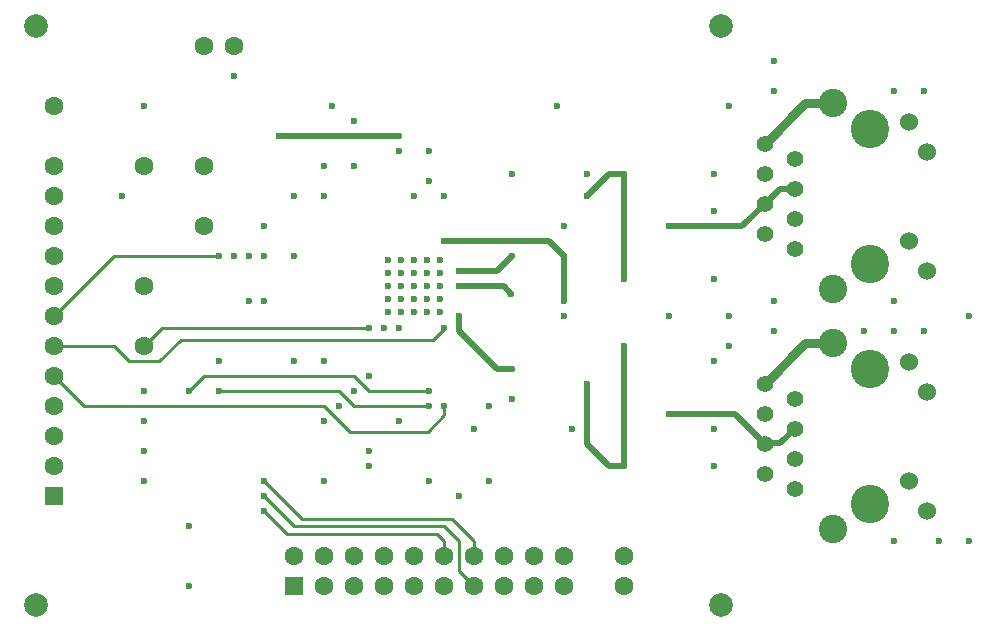
<source format=gbl>
G04*
G04 #@! TF.GenerationSoftware,Altium Limited,CircuitStudio,1.5.2 (30)*
G04*
G04 Layer_Physical_Order=4*
G04 Layer_Color=12500520*
%FSLAX25Y25*%
%MOIN*%
G70*
G01*
G75*
%ADD27C,0.01000*%
%ADD31C,0.02000*%
%ADD32C,0.03000*%
%ADD34C,0.07874*%
%ADD35C,0.06299*%
%ADD36C,0.05543*%
%ADD37C,0.09449*%
%ADD38C,0.06024*%
%ADD39C,0.12795*%
%ADD40R,0.06299X0.06299*%
%ADD41R,0.06299X0.06299*%
%ADD42C,0.02362*%
D27*
X50000Y100000D02*
X56000Y106000D01*
X125000Y106000D01*
X20000Y110000D02*
X40000Y130000D01*
X75000D01*
X20000Y90000D02*
X30000Y80000D01*
X110000D01*
X45000Y95000D02*
X55000D01*
X62172Y102172D02*
X146293Y102172D01*
X55000Y95000D02*
X62172Y102172D01*
X70000Y90000D02*
X119727D01*
X65000Y85000D02*
X70000Y90000D01*
X20000Y100000D02*
X40000D01*
X45000Y95000D01*
X90000Y55000D02*
X102500Y42500D01*
X152500D01*
X160000Y35000D01*
X90000Y50000D02*
X100000Y40000D01*
X150000D02*
X155000Y35000D01*
X100000Y40000D02*
X150000D01*
X90000Y45000D02*
X97500Y37500D01*
X147500D01*
X150000Y35000D01*
Y30000D02*
Y35000D01*
X118554Y71446D02*
X144446D01*
X150000Y77000D01*
Y80000D01*
X110000D02*
X118554Y71446D01*
X120000Y90000D02*
X125000Y85000D01*
X145000D01*
X150000Y105878D02*
Y106000D01*
X146293Y102172D02*
X150000Y105878D01*
X160000Y30000D02*
Y35000D01*
X155000Y25000D02*
Y35000D01*
Y25000D02*
X160000Y20000D01*
X75000Y85000D02*
X115000D01*
X115000D02*
X120000Y80000D01*
X145000D01*
D31*
X190000Y115000D02*
Y130000D01*
X197500Y67500D02*
Y87500D01*
X205000Y60000D02*
X210000D01*
X197500Y67500D02*
X205000Y60000D01*
X261772Y152500D02*
X266772D01*
X256772Y147500D02*
X261772Y152500D01*
X249272Y140000D02*
X256772Y147500D01*
X225000Y140000D02*
X249272D01*
X261943Y67672D02*
X266772Y72500D01*
X256943Y67672D02*
X261943D01*
X256772Y67500D02*
X256943Y67672D01*
X246772Y77500D02*
X256772Y67500D01*
X225000Y77500D02*
X246772D01*
X210000Y140000D02*
Y157500D01*
X197500Y150000D02*
X205000Y157500D01*
X210000D01*
Y60000D02*
Y77500D01*
Y122500D02*
Y140000D01*
Y77500D02*
Y100000D01*
X167500Y92500D02*
X172500D01*
X155000Y105000D02*
Y110000D01*
Y105000D02*
X167500Y92500D01*
X169832Y120000D02*
X172332Y117500D01*
X155000Y120000D02*
X169832D01*
X172332Y117500D02*
X172397D01*
X167500Y125000D02*
X172500Y130000D01*
X155000Y125000D02*
X167500D01*
X150000Y135000D02*
X185000D01*
X190000Y130000D01*
X95000Y170000D02*
X135000D01*
D32*
X270276Y101004D02*
X279764D01*
X256772Y87500D02*
X270276Y101004D01*
X256772Y167500D02*
X270276Y181004D01*
X279764D01*
D34*
X242126Y13780D02*
D03*
X13780D02*
D03*
X242126Y206693D02*
D03*
X13780D02*
D03*
D35*
X50000Y120000D02*
D03*
X20000Y180000D02*
D03*
Y140000D02*
D03*
Y130000D02*
D03*
Y120000D02*
D03*
Y110000D02*
D03*
Y100000D02*
D03*
Y90000D02*
D03*
Y80000D02*
D03*
Y70000D02*
D03*
Y60000D02*
D03*
Y150000D02*
D03*
Y160000D02*
D03*
X140000Y30000D02*
D03*
Y20000D02*
D03*
X130000Y30000D02*
D03*
Y20000D02*
D03*
X120000Y30000D02*
D03*
Y20000D02*
D03*
X110000Y30000D02*
D03*
Y20000D02*
D03*
X100000Y30000D02*
D03*
X150000Y20000D02*
D03*
Y30000D02*
D03*
X160000Y20000D02*
D03*
Y30000D02*
D03*
X170000Y20000D02*
D03*
Y30000D02*
D03*
X180000Y20000D02*
D03*
Y30000D02*
D03*
X190000Y20000D02*
D03*
Y30000D02*
D03*
X70000Y160000D02*
D03*
Y140000D02*
D03*
X50000Y100000D02*
D03*
Y160000D02*
D03*
X70000Y200000D02*
D03*
X80000D02*
D03*
X210000Y30000D02*
D03*
Y20000D02*
D03*
D36*
X256772Y87500D02*
D03*
X266772Y82500D02*
D03*
X256772Y77500D02*
D03*
X266772Y72500D02*
D03*
X256772Y67500D02*
D03*
X266772Y62500D02*
D03*
X256772Y57500D02*
D03*
X266772Y52500D02*
D03*
X256772Y167500D02*
D03*
X266772Y162500D02*
D03*
X256772Y157500D02*
D03*
X266772Y152500D02*
D03*
X256772Y147500D02*
D03*
X266772Y142500D02*
D03*
X256772Y137500D02*
D03*
X266772Y132500D02*
D03*
D37*
X279764Y101004D02*
D03*
Y38996D02*
D03*
Y181004D02*
D03*
Y118996D02*
D03*
D38*
X305079Y94902D02*
D03*
X311063Y84902D02*
D03*
X305079Y55098D02*
D03*
X311063Y45098D02*
D03*
X305079Y174902D02*
D03*
X311063Y164902D02*
D03*
X305079Y135098D02*
D03*
X311063Y125098D02*
D03*
D39*
X291772Y92500D02*
D03*
Y47500D02*
D03*
Y172500D02*
D03*
Y127500D02*
D03*
D40*
X20000Y50000D02*
D03*
D41*
X100000Y20000D02*
D03*
D42*
X148661Y128661D02*
D03*
Y124331D02*
D03*
Y120000D02*
D03*
Y115669D02*
D03*
Y111339D02*
D03*
X144331Y128661D02*
D03*
Y124331D02*
D03*
Y120000D02*
D03*
Y115669D02*
D03*
Y111339D02*
D03*
X140000Y128661D02*
D03*
Y124331D02*
D03*
Y120000D02*
D03*
Y115669D02*
D03*
Y111339D02*
D03*
X135669Y128661D02*
D03*
Y124331D02*
D03*
Y120000D02*
D03*
Y115669D02*
D03*
Y111339D02*
D03*
X131339Y128661D02*
D03*
Y124331D02*
D03*
Y120000D02*
D03*
Y115669D02*
D03*
Y111339D02*
D03*
X245000Y110000D02*
D03*
X120000Y175000D02*
D03*
X90000Y140000D02*
D03*
X125000Y60000D02*
D03*
X197500Y87500D02*
D03*
X42500Y150000D02*
D03*
X50000Y180000D02*
D03*
X150000Y150000D02*
D03*
X85000Y115000D02*
D03*
X50000Y75000D02*
D03*
X160000Y72500D02*
D03*
X187500Y180000D02*
D03*
X112500D02*
D03*
X190000Y110000D02*
D03*
Y115000D02*
D03*
X172603Y82500D02*
D03*
X240000Y72500D02*
D03*
Y60000D02*
D03*
Y95000D02*
D03*
Y122500D02*
D03*
Y145000D02*
D03*
Y157500D02*
D03*
X260000Y105000D02*
D03*
Y185000D02*
D03*
Y195000D02*
D03*
Y115000D02*
D03*
X325000Y110000D02*
D03*
X245000Y100000D02*
D03*
Y180000D02*
D03*
X130000Y106000D02*
D03*
X210000Y157500D02*
D03*
Y60000D02*
D03*
X197500Y150000D02*
D03*
X210000Y140000D02*
D03*
Y122500D02*
D03*
X225000Y110000D02*
D03*
X210000Y77500D02*
D03*
Y100000D02*
D03*
X192500Y72500D02*
D03*
X172500Y92500D02*
D03*
X155000Y110000D02*
D03*
X197500Y157500D02*
D03*
X155000Y120000D02*
D03*
X172397Y117500D02*
D03*
X172500Y157500D02*
D03*
X190000Y140000D02*
D03*
X155000Y125000D02*
D03*
X172500Y130000D02*
D03*
X150000Y135000D02*
D03*
X190000Y130000D02*
D03*
X225000Y77500D02*
D03*
Y140000D02*
D03*
X65000Y40000D02*
D03*
X110000Y160000D02*
D03*
X80000Y190000D02*
D03*
X120000Y160000D02*
D03*
X165000Y55000D02*
D03*
X155000Y50000D02*
D03*
X145000Y55000D02*
D03*
X315000Y35000D02*
D03*
X325000D02*
D03*
X290000Y105000D02*
D03*
X300000Y115000D02*
D03*
Y35000D02*
D03*
Y105000D02*
D03*
X310000D02*
D03*
X300000Y185000D02*
D03*
X310000D02*
D03*
X50000Y55000D02*
D03*
X65000Y20000D02*
D03*
X75000Y130000D02*
D03*
X85000D02*
D03*
X50000Y65000D02*
D03*
X125000D02*
D03*
X110000Y95000D02*
D03*
X135000Y165000D02*
D03*
X95000Y170000D02*
D03*
X100000Y130000D02*
D03*
X150000Y106000D02*
D03*
X135000D02*
D03*
X90000Y115000D02*
D03*
X135000Y75000D02*
D03*
X75000Y85000D02*
D03*
X100000Y95000D02*
D03*
X125000Y90000D02*
D03*
X145000Y155000D02*
D03*
X140000Y150000D02*
D03*
X100000D02*
D03*
X135000Y170000D02*
D03*
X80000Y130000D02*
D03*
X90000D02*
D03*
X110000Y55000D02*
D03*
X75000Y95000D02*
D03*
X115000Y80000D02*
D03*
X50000Y85000D02*
D03*
X65000D02*
D03*
X125000Y106000D02*
D03*
X165000Y80000D02*
D03*
X90000Y55000D02*
D03*
Y45000D02*
D03*
Y50000D02*
D03*
X110000Y75000D02*
D03*
X120000Y85000D02*
D03*
X110000Y150000D02*
D03*
X145000Y165000D02*
D03*
Y85000D02*
D03*
X150000Y80000D02*
D03*
X145000D02*
D03*
M02*

</source>
